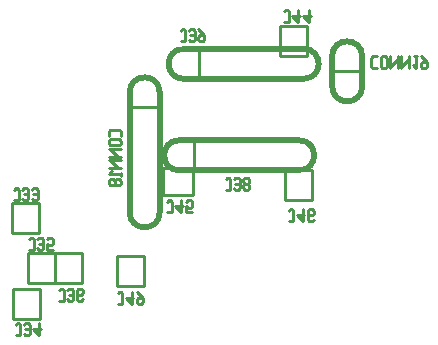
<source format=gbr>
G04 start of page 9 for group -4078 idx -4078 *
G04 Title: controlboard_2.3, bottomsilk *
G04 Creator: pcb.exe 20130205 *
G04 CreationDate: 26.2.2018 13.50.51 UTC *
G04 Format: Gerber/RS-274X *
G04 PCB-Dimensions (mm): 183.00 105.00 *
G04 PCB-Coordinate-Origin: lower left *
%MOMM*%
%FSLAX43Y43*%
%LNBOTTOMSILK*%
%ADD1133C,0.250*%
%ADD1132C,0.508*%
%ADD1131C,0.254*%
G54D1131*X145474Y50395D02*X147760D01*
X145474D02*Y52935D01*
X147760D01*
Y50395D02*Y52935D01*
G54D1132*X149479Y60042D02*Y62582D01*
X152019Y60042D02*Y62582D01*
G54D1131*X149479Y61312D02*X152019D01*
G54D1132*X149479Y60042D02*G75*G03X152019Y60042I1270J0D01*G01*
Y62582D02*G75*G03X149479Y62582I-1270J0D01*G01*
G54D1131*X131250Y43156D02*X133536D01*
X131250D02*Y45696D01*
X133536D01*
Y43156D02*Y45696D01*
X135133Y53125D02*Y50839D01*
Y53125D02*X137673D01*
Y50839D01*
X135133D02*X137673D01*
X145102Y65117D02*X147388D01*
Y62577D01*
X145102D02*X147388D01*
X145102Y65117D02*Y62577D01*
G54D1132*X136906Y63217D02*X147066D01*
X136906Y60677D02*X147066D01*
G54D1131*X138176Y63217D02*Y60677D01*
G54D1132*X136906Y63217D02*G75*G03X136906Y60677I0J-1270D01*G01*
X147066D02*G75*G03X147066Y63217I0J1270D01*G01*
X136525Y55470D02*X146685D01*
X136525Y52930D02*X146685D01*
G54D1131*X137795Y55470D02*Y52930D01*
G54D1132*X136525Y55470D02*G75*G03X136525Y52930I0J-1270D01*G01*
X146685D02*G75*G03X146685Y55470I0J1270D01*G01*
X134874Y59534D02*Y49374D01*
X132334Y59534D02*Y49374D01*
G54D1131*Y58264D02*X134874D01*
G54D1132*Y59534D02*G75*G03X132334Y59534I-1270J0D01*G01*
Y49374D02*G75*G03X134874Y49374I1270J0D01*G01*
G54D1131*X122487Y40362D02*X124773D01*
X122487Y42902D02*Y40362D01*
Y42902D02*X124773D01*
Y40362D01*
X122369Y50131D02*X124655D01*
Y47591D01*
X122369D02*X124655D01*
X122369Y50131D02*Y47591D01*
X126052Y45940D02*X128338D01*
Y43400D01*
X126052D02*X128338D01*
X126052Y45940D02*Y43400D01*
X123766Y45940D02*X126052D01*
Y43400D01*
X123766D02*X126052D01*
X123766Y45940D02*Y43400D01*
G54D1133*X152908Y62582D02*X153289D01*
X152781Y62455D02*X152908Y62582D01*
X152781Y61693D02*Y62455D01*
Y61693D02*X152908Y61566D01*
X153289D01*
X153594Y61693D02*Y62455D01*
Y61693D02*X153721Y61566D01*
X153975D01*
X154102Y61693D01*
Y62455D01*
X153975Y62582D02*X154102Y62455D01*
X153721Y62582D02*X153975D01*
X153594Y62455D02*X153721Y62582D01*
X154407Y61566D02*Y62582D01*
Y61566D02*Y61693D01*
X155042Y62328D01*
Y61566D02*Y62582D01*
X155346Y61566D02*Y62582D01*
Y61566D02*Y61693D01*
X155981Y62328D01*
Y61566D02*Y62582D01*
X156413D02*X156667D01*
X156540Y61566D02*Y62582D01*
X156286Y61820D02*X156540Y61566D01*
X156972Y62582D02*X157480Y62074D01*
Y61693D02*Y62074D01*
X157353Y61566D02*X157480Y61693D01*
X157099Y61566D02*X157353D01*
X156972Y61693D02*X157099Y61566D01*
X156972Y61693D02*Y61947D01*
X157099Y62074D01*
X157480D01*
X136652Y63852D02*X137033D01*
Y64741D01*
X136906Y64868D02*X137033Y64741D01*
X136779Y64868D02*X136906D01*
X136652Y64741D02*X136779Y64868D01*
X137338Y63979D02*X137465Y63852D01*
X137719D01*
X137846Y63979D01*
Y64741D01*
X137719Y64868D02*X137846Y64741D01*
X137465Y64868D02*X137719D01*
X137338Y64741D02*X137465Y64868D01*
Y64360D02*X137846D01*
X138151Y64868D02*X138659Y64360D01*
Y63979D02*Y64360D01*
X138532Y63852D02*X138659Y63979D01*
X138278Y63852D02*X138532D01*
X138151Y63979D02*X138278Y63852D01*
X138151Y63979D02*Y64233D01*
X138278Y64360D01*
X138659D01*
X145415Y65503D02*X145796D01*
Y66392D01*
X145669Y66519D02*X145796Y66392D01*
X145542Y66519D02*X145669D01*
X145415Y66392D02*X145542Y66519D01*
X146101Y66011D02*X146609Y65503D01*
X146101Y66011D02*X146736D01*
X146609Y65503D02*Y66519D01*
X147041Y66011D02*X147549Y65503D01*
X147041Y66011D02*X147676D01*
X147549Y65503D02*Y66519D01*
X145796Y48612D02*X146177D01*
Y49501D01*
X146050Y49628D02*X146177Y49501D01*
X145923Y49628D02*X146050D01*
X145796Y49501D02*X145923Y49628D01*
X146482Y49120D02*X146990Y48612D01*
X146482Y49120D02*X147117D01*
X146990Y48612D02*Y49628D01*
X147803Y48612D02*X147930Y48739D01*
X147549Y48612D02*X147803D01*
X147422Y48739D02*X147549Y48612D01*
X147422Y48739D02*Y49501D01*
X147549Y49628D01*
X147803Y49120D02*X147930Y49247D01*
X147422Y49120D02*X147803D01*
X147549Y49628D02*X147803D01*
X147930Y49501D01*
Y49247D02*Y49501D01*
X140462Y51279D02*X140843D01*
Y52168D01*
X140716Y52295D02*X140843Y52168D01*
X140589Y52295D02*X140716D01*
X140462Y52168D02*X140589Y52295D01*
X141148Y51406D02*X141275Y51279D01*
X141529D01*
X141656Y51406D01*
Y52168D01*
X141529Y52295D02*X141656Y52168D01*
X141275Y52295D02*X141529D01*
X141148Y52168D02*X141275Y52295D01*
Y51787D02*X141656D01*
X141961Y52168D02*X142088Y52295D01*
X141961Y51914D02*Y52168D01*
Y51914D02*X142088Y51787D01*
X142342D01*
X142469Y51914D01*
Y52168D01*
X142342Y52295D02*X142469Y52168D01*
X142088Y52295D02*X142342D01*
X141961Y51660D02*X142088Y51787D01*
X141961Y51406D02*Y51660D01*
Y51406D02*X142088Y51279D01*
X142342D01*
X142469Y51406D01*
Y51660D01*
X142342Y51787D02*X142469Y51660D01*
X131572Y55851D02*Y56232D01*
X131445Y56359D02*X131572Y56232D01*
X130683Y56359D02*X131445D01*
X130683D02*X130556Y56232D01*
Y55851D02*Y56232D01*
X130683Y55546D02*X131445D01*
X130683D02*X130556Y55419D01*
Y55165D02*Y55419D01*
Y55165D02*X130683Y55038D01*
X131445D01*
X131572Y55165D02*X131445Y55038D01*
X131572Y55165D02*Y55419D01*
X131445Y55546D02*X131572Y55419D01*
X130556Y54733D02*X131572D01*
X130556D02*X130683D01*
X131318Y54098D01*
X130556D02*X131572D01*
X130556Y53794D02*X131572D01*
X130556D02*X130683D01*
X131318Y53159D01*
X130556D02*X131572D01*
Y52473D02*Y52727D01*
X130556Y52600D02*X131572D01*
X130810Y52854D02*X130556Y52600D01*
X131445Y52168D02*X131572Y52041D01*
X131191Y52168D02*X131445D01*
X131191D02*X131064Y52041D01*
Y51787D02*Y52041D01*
Y51787D02*X131191Y51660D01*
X131445D01*
X131572Y51787D02*X131445Y51660D01*
X131572Y51787D02*Y52041D01*
X130937Y52168D02*X131064Y52041D01*
X130683Y52168D02*X130937D01*
X130683D02*X130556Y52041D01*
Y51787D02*Y52041D01*
Y51787D02*X130683Y51660D01*
X130937D01*
X131064Y51787D02*X130937Y51660D01*
X122555Y50390D02*X122936D01*
Y51279D01*
X122809Y51406D02*X122936Y51279D01*
X122682Y51406D02*X122809D01*
X122555Y51279D02*X122682Y51406D01*
X123241Y50517D02*X123368Y50390D01*
X123622D01*
X123749Y50517D01*
Y51279D01*
X123622Y51406D02*X123749Y51279D01*
X123368Y51406D02*X123622D01*
X123241Y51279D02*X123368Y51406D01*
Y50898D02*X123749D01*
X124054Y50517D02*X124181Y50390D01*
X124435D01*
X124562Y50517D01*
Y51279D01*
X124435Y51406D02*X124562Y51279D01*
X124181Y51406D02*X124435D01*
X124054Y51279D02*X124181Y51406D01*
Y50898D02*X124562D01*
X135509Y49374D02*X135890D01*
Y50263D01*
X135763Y50390D02*X135890Y50263D01*
X135636Y50390D02*X135763D01*
X135509Y50263D02*X135636Y50390D01*
X136195Y49882D02*X136703Y49374D01*
X136195Y49882D02*X136830D01*
X136703Y49374D02*Y50390D01*
X137135Y49374D02*X137643D01*
X137135D02*Y49882D01*
X137262Y49755D01*
X137516D01*
X137643Y49882D01*
Y50263D01*
X137516Y50390D02*X137643Y50263D01*
X137262Y50390D02*X137516D01*
X137135Y50263D02*X137262Y50390D01*
X122682Y38960D02*X123063D01*
Y39849D01*
X122936Y39976D02*X123063Y39849D01*
X122809Y39976D02*X122936D01*
X122682Y39849D02*X122809Y39976D01*
X123368Y39087D02*X123495Y38960D01*
X123749D01*
X123876Y39087D01*
Y39849D01*
X123749Y39976D02*X123876Y39849D01*
X123495Y39976D02*X123749D01*
X123368Y39849D02*X123495Y39976D01*
Y39468D02*X123876D01*
X124181D02*X124689Y38960D01*
X124181Y39468D02*X124816D01*
X124689Y38960D02*Y39976D01*
X131318Y41627D02*X131699D01*
Y42516D01*
X131572Y42643D02*X131699Y42516D01*
X131445Y42643D02*X131572D01*
X131318Y42516D02*X131445Y42643D01*
X132004Y42135D02*X132512Y41627D01*
X132004Y42135D02*X132639D01*
X132512Y41627D02*Y42643D01*
X132944D02*X133452Y42135D01*
Y41754D02*Y42135D01*
X133325Y41627D02*X133452Y41754D01*
X133071Y41627D02*X133325D01*
X132944Y41754D02*X133071Y41627D01*
X132944Y41754D02*Y42008D01*
X133071Y42135D01*
X133452D01*
X126365Y41881D02*X126746D01*
Y42770D01*
X126619Y42897D02*X126746Y42770D01*
X126492Y42897D02*X126619D01*
X126365Y42770D02*X126492Y42897D01*
X127051Y42008D02*X127178Y41881D01*
X127432D01*
X127559Y42008D01*
Y42770D01*
X127432Y42897D02*X127559Y42770D01*
X127178Y42897D02*X127432D01*
X127051Y42770D02*X127178Y42897D01*
Y42389D02*X127559D01*
X128245Y41881D02*X128372Y42008D01*
X127991Y41881D02*X128245D01*
X127864Y42008D02*X127991Y41881D01*
X127864Y42008D02*Y42770D01*
X127991Y42897D01*
X128245Y42389D02*X128372Y42516D01*
X127864Y42389D02*X128245D01*
X127991Y42897D02*X128245D01*
X128372Y42770D01*
Y42516D02*Y42770D01*
X123825Y46199D02*X124206D01*
Y47088D01*
X124079Y47215D02*X124206Y47088D01*
X123952Y47215D02*X124079D01*
X123825Y47088D02*X123952Y47215D01*
X124511Y46326D02*X124638Y46199D01*
X124892D01*
X125019Y46326D01*
Y47088D01*
X124892Y47215D02*X125019Y47088D01*
X124638Y47215D02*X124892D01*
X124511Y47088D02*X124638Y47215D01*
Y46707D02*X125019D01*
X125324Y46199D02*X125832D01*
X125324D02*Y46707D01*
X125451Y46580D01*
X125705D01*
X125832Y46707D01*
Y47088D01*
X125705Y47215D02*X125832Y47088D01*
X125451Y47215D02*X125705D01*
X125324Y47088D02*X125451Y47215D01*
M02*

</source>
